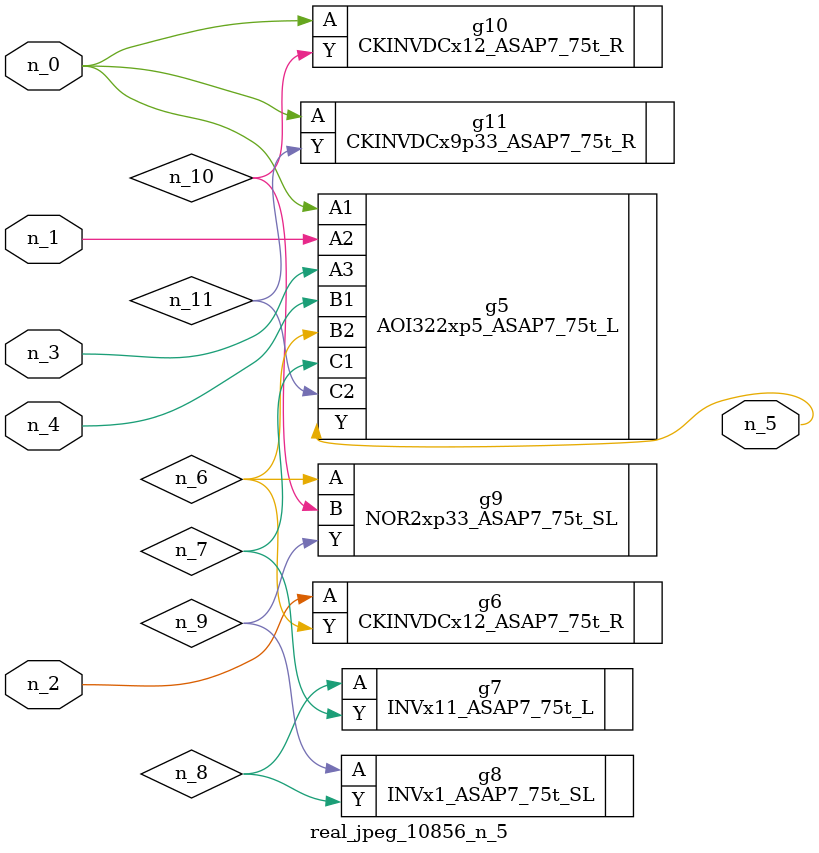
<source format=v>
module real_jpeg_10856_n_5 (n_4, n_0, n_1, n_2, n_3, n_5);

input n_4;
input n_0;
input n_1;
input n_2;
input n_3;

output n_5;

wire n_8;
wire n_11;
wire n_6;
wire n_7;
wire n_10;
wire n_9;

AOI322xp5_ASAP7_75t_L g5 ( 
.A1(n_0),
.A2(n_1),
.A3(n_3),
.B1(n_4),
.B2(n_6),
.C1(n_7),
.C2(n_11),
.Y(n_5)
);

CKINVDCx12_ASAP7_75t_R g10 ( 
.A(n_0),
.Y(n_10)
);

CKINVDCx9p33_ASAP7_75t_R g11 ( 
.A(n_0),
.Y(n_11)
);

CKINVDCx12_ASAP7_75t_R g6 ( 
.A(n_2),
.Y(n_6)
);

NOR2xp33_ASAP7_75t_SL g9 ( 
.A(n_6),
.B(n_10),
.Y(n_9)
);

INVx11_ASAP7_75t_L g7 ( 
.A(n_8),
.Y(n_7)
);

INVx1_ASAP7_75t_SL g8 ( 
.A(n_9),
.Y(n_8)
);


endmodule
</source>
